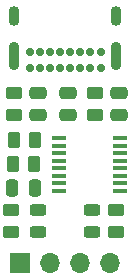
<source format=gts>
%TF.GenerationSoftware,KiCad,Pcbnew,9.0.0*%
%TF.CreationDate,2025-03-10T23:10:40+09:00*%
%TF.ProjectId,typec-serial,74797065-632d-4736-9572-69616c2e6b69,rev?*%
%TF.SameCoordinates,Original*%
%TF.FileFunction,Soldermask,Top*%
%TF.FilePolarity,Negative*%
%FSLAX46Y46*%
G04 Gerber Fmt 4.6, Leading zero omitted, Abs format (unit mm)*
G04 Created by KiCad (PCBNEW 9.0.0) date 2025-03-10 23:10:40*
%MOMM*%
%LPD*%
G01*
G04 APERTURE LIST*
G04 Aperture macros list*
%AMRoundRect*
0 Rectangle with rounded corners*
0 $1 Rounding radius*
0 $2 $3 $4 $5 $6 $7 $8 $9 X,Y pos of 4 corners*
0 Add a 4 corners polygon primitive as box body*
4,1,4,$2,$3,$4,$5,$6,$7,$8,$9,$2,$3,0*
0 Add four circle primitives for the rounded corners*
1,1,$1+$1,$2,$3*
1,1,$1+$1,$4,$5*
1,1,$1+$1,$6,$7*
1,1,$1+$1,$8,$9*
0 Add four rect primitives between the rounded corners*
20,1,$1+$1,$2,$3,$4,$5,0*
20,1,$1+$1,$4,$5,$6,$7,0*
20,1,$1+$1,$6,$7,$8,$9,0*
20,1,$1+$1,$8,$9,$2,$3,0*%
G04 Aperture macros list end*
%ADD10RoundRect,0.243750X-0.456250X0.243750X-0.456250X-0.243750X0.456250X-0.243750X0.456250X0.243750X0*%
%ADD11R,1.200000X0.400000*%
%ADD12RoundRect,0.250000X-0.450000X0.262500X-0.450000X-0.262500X0.450000X-0.262500X0.450000X0.262500X0*%
%ADD13RoundRect,0.250000X-0.475000X0.250000X-0.475000X-0.250000X0.475000X-0.250000X0.475000X0.250000X0*%
%ADD14C,0.700000*%
%ADD15O,0.900000X2.400000*%
%ADD16O,0.900000X1.700000*%
%ADD17R,1.700000X1.700000*%
%ADD18O,1.700000X1.700000*%
%ADD19RoundRect,0.250000X-0.262500X-0.450000X0.262500X-0.450000X0.262500X0.450000X-0.262500X0.450000X0*%
%ADD20RoundRect,0.250000X0.475000X-0.250000X0.475000X0.250000X-0.475000X0.250000X-0.475000X-0.250000X0*%
%ADD21RoundRect,0.250000X-0.250000X-0.475000X0.250000X-0.475000X0.250000X0.475000X-0.250000X0.475000X0*%
G04 APERTURE END LIST*
D10*
%TO.C,TX*%
X165354000Y-87043500D03*
X165354000Y-85168500D03*
%TD*%
D11*
%TO.C,U1*%
X167700000Y-83502500D03*
X167700000Y-82867500D03*
X167700000Y-82232500D03*
X167700000Y-81597500D03*
X167700000Y-80962500D03*
X167700000Y-80327500D03*
X167700000Y-79692500D03*
X167700000Y-79057500D03*
X162500000Y-79057500D03*
X162500000Y-79692500D03*
X162500000Y-80327500D03*
X162500000Y-80962500D03*
X162500000Y-81597500D03*
X162500000Y-82232500D03*
X162500000Y-82867500D03*
X162500000Y-83502500D03*
%TD*%
D12*
%TO.C,R6*%
X167386000Y-85193500D03*
X167386000Y-87018500D03*
%TD*%
D13*
%TO.C,C3*%
X163322000Y-75250000D03*
X163322000Y-77150000D03*
%TD*%
D14*
%TO.C,J1*%
X166043000Y-73113000D03*
X165193000Y-73113000D03*
X164343000Y-73113000D03*
X163493000Y-73113000D03*
X162643000Y-73113000D03*
X161793000Y-73113000D03*
X160943000Y-73113000D03*
X160093000Y-73113000D03*
X160093000Y-71763000D03*
X160943000Y-71763000D03*
X161793000Y-71763000D03*
X162643000Y-71763000D03*
X163493000Y-71763000D03*
X164343000Y-71763000D03*
X165193000Y-71763000D03*
X166043000Y-71763000D03*
D15*
X167393000Y-72133000D03*
D16*
X167393000Y-68753000D03*
D15*
X158743000Y-72133000D03*
D16*
X158743000Y-68753000D03*
%TD*%
D12*
%TO.C,R1*%
X158750000Y-75287500D03*
X158750000Y-77112500D03*
%TD*%
D17*
%TO.C,GND*%
X159258000Y-89662000D03*
D18*
X161798000Y-89662000D03*
X164338000Y-89662000D03*
X166878000Y-89662000D03*
%TD*%
D19*
%TO.C,R3*%
X158703000Y-79248000D03*
X160528000Y-79248000D03*
%TD*%
D20*
%TO.C,C1*%
X167640000Y-77150000D03*
X167640000Y-75250000D03*
%TD*%
D13*
%TO.C,C4*%
X160782000Y-75250000D03*
X160782000Y-77150000D03*
%TD*%
D12*
%TO.C,R5*%
X158496000Y-85193500D03*
X158496000Y-87018500D03*
%TD*%
D19*
%TO.C,R4*%
X158599500Y-81280000D03*
X160424500Y-81280000D03*
%TD*%
D12*
%TO.C,R2*%
X165608000Y-75287500D03*
X165608000Y-77112500D03*
%TD*%
D21*
%TO.C,C2*%
X158562000Y-83312000D03*
X160462000Y-83312000D03*
%TD*%
D10*
%TO.C,RX*%
X160782000Y-85168500D03*
X160782000Y-87043500D03*
%TD*%
M02*

</source>
